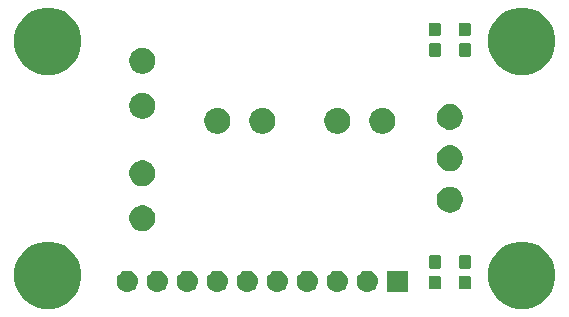
<source format=gbr>
G04 #@! TF.GenerationSoftware,KiCad,Pcbnew,5.1.4-e60b266~84~ubuntu18.04.1*
G04 #@! TF.CreationDate,2019-09-26T20:27:51+08:00*
G04 #@! TF.ProjectId,head,68656164-2e6b-4696-9361-645f70636258,rev?*
G04 #@! TF.SameCoordinates,Original*
G04 #@! TF.FileFunction,Soldermask,Bot*
G04 #@! TF.FilePolarity,Negative*
%FSLAX46Y46*%
G04 Gerber Fmt 4.6, Leading zero omitted, Abs format (unit mm)*
G04 Created by KiCad (PCBNEW 5.1.4-e60b266~84~ubuntu18.04.1) date 2019-09-26 20:27:51*
%MOMM*%
%LPD*%
G04 APERTURE LIST*
%ADD10C,1.200000*%
%ADD11C,0.100000*%
G04 APERTURE END LIST*
D10*
X84201000Y-49276000D02*
G75*
G03X84201000Y-49276000I-1905000J0D01*
G01*
X44069000Y-49276000D02*
G75*
G03X44069000Y-49276000I-1905000J0D01*
G01*
X44069000Y-29464000D02*
G75*
G03X44069000Y-29464000I-1905000J0D01*
G01*
X84201000Y-29464000D02*
G75*
G03X84201000Y-29464000I-1905000J0D01*
G01*
D11*
G36*
X83127313Y-46535523D02*
G01*
X83645980Y-46750362D01*
X83645981Y-46750363D01*
X84112769Y-47062260D01*
X84509740Y-47459231D01*
X84614037Y-47615323D01*
X84821638Y-47926020D01*
X85036477Y-48444687D01*
X85146000Y-48995298D01*
X85146000Y-49556702D01*
X85036477Y-50107313D01*
X84821638Y-50625980D01*
X84821637Y-50625981D01*
X84509740Y-51092769D01*
X84112769Y-51489740D01*
X83800871Y-51698143D01*
X83645980Y-51801638D01*
X83127313Y-52016477D01*
X82576702Y-52126000D01*
X82015298Y-52126000D01*
X81464687Y-52016477D01*
X80946020Y-51801638D01*
X80791129Y-51698143D01*
X80479231Y-51489740D01*
X80082260Y-51092769D01*
X79770363Y-50625981D01*
X79770362Y-50625980D01*
X79555523Y-50107313D01*
X79446000Y-49556702D01*
X79446000Y-48995298D01*
X79555523Y-48444687D01*
X79770362Y-47926020D01*
X79977963Y-47615323D01*
X80082260Y-47459231D01*
X80479231Y-47062260D01*
X80946019Y-46750363D01*
X80946020Y-46750362D01*
X81464687Y-46535523D01*
X82015298Y-46426000D01*
X82576702Y-46426000D01*
X83127313Y-46535523D01*
X83127313Y-46535523D01*
G37*
G36*
X42995313Y-46535523D02*
G01*
X43513980Y-46750362D01*
X43513981Y-46750363D01*
X43980769Y-47062260D01*
X44377740Y-47459231D01*
X44482037Y-47615323D01*
X44689638Y-47926020D01*
X44904477Y-48444687D01*
X45014000Y-48995298D01*
X45014000Y-49556702D01*
X44904477Y-50107313D01*
X44689638Y-50625980D01*
X44689637Y-50625981D01*
X44377740Y-51092769D01*
X43980769Y-51489740D01*
X43668871Y-51698143D01*
X43513980Y-51801638D01*
X42995313Y-52016477D01*
X42444702Y-52126000D01*
X41883298Y-52126000D01*
X41332687Y-52016477D01*
X40814020Y-51801638D01*
X40659129Y-51698143D01*
X40347231Y-51489740D01*
X39950260Y-51092769D01*
X39638363Y-50625981D01*
X39638362Y-50625980D01*
X39423523Y-50107313D01*
X39314000Y-49556702D01*
X39314000Y-48995298D01*
X39423523Y-48444687D01*
X39638362Y-47926020D01*
X39845963Y-47615323D01*
X39950260Y-47459231D01*
X40347231Y-47062260D01*
X40814019Y-46750363D01*
X40814020Y-46750362D01*
X41332687Y-46535523D01*
X41883298Y-46426000D01*
X42444702Y-46426000D01*
X42995313Y-46535523D01*
X42995313Y-46535523D01*
G37*
G36*
X72656000Y-50685000D02*
G01*
X70854000Y-50685000D01*
X70854000Y-48883000D01*
X72656000Y-48883000D01*
X72656000Y-50685000D01*
X72656000Y-50685000D01*
G37*
G36*
X69325443Y-48889519D02*
G01*
X69391627Y-48896037D01*
X69561466Y-48947557D01*
X69717991Y-49031222D01*
X69753729Y-49060552D01*
X69855186Y-49143814D01*
X69938448Y-49245271D01*
X69967778Y-49281009D01*
X70051443Y-49437534D01*
X70102963Y-49607373D01*
X70120359Y-49784000D01*
X70102963Y-49960627D01*
X70051443Y-50130466D01*
X69967778Y-50286991D01*
X69938448Y-50322729D01*
X69855186Y-50424186D01*
X69753729Y-50507448D01*
X69717991Y-50536778D01*
X69561466Y-50620443D01*
X69391627Y-50671963D01*
X69325443Y-50678481D01*
X69259260Y-50685000D01*
X69170740Y-50685000D01*
X69104557Y-50678481D01*
X69038373Y-50671963D01*
X68868534Y-50620443D01*
X68712009Y-50536778D01*
X68676271Y-50507448D01*
X68574814Y-50424186D01*
X68491552Y-50322729D01*
X68462222Y-50286991D01*
X68378557Y-50130466D01*
X68327037Y-49960627D01*
X68309641Y-49784000D01*
X68327037Y-49607373D01*
X68378557Y-49437534D01*
X68462222Y-49281009D01*
X68491552Y-49245271D01*
X68574814Y-49143814D01*
X68676271Y-49060552D01*
X68712009Y-49031222D01*
X68868534Y-48947557D01*
X69038373Y-48896037D01*
X69104557Y-48889519D01*
X69170740Y-48883000D01*
X69259260Y-48883000D01*
X69325443Y-48889519D01*
X69325443Y-48889519D01*
G37*
G36*
X66785443Y-48889519D02*
G01*
X66851627Y-48896037D01*
X67021466Y-48947557D01*
X67177991Y-49031222D01*
X67213729Y-49060552D01*
X67315186Y-49143814D01*
X67398448Y-49245271D01*
X67427778Y-49281009D01*
X67511443Y-49437534D01*
X67562963Y-49607373D01*
X67580359Y-49784000D01*
X67562963Y-49960627D01*
X67511443Y-50130466D01*
X67427778Y-50286991D01*
X67398448Y-50322729D01*
X67315186Y-50424186D01*
X67213729Y-50507448D01*
X67177991Y-50536778D01*
X67021466Y-50620443D01*
X66851627Y-50671963D01*
X66785443Y-50678481D01*
X66719260Y-50685000D01*
X66630740Y-50685000D01*
X66564557Y-50678481D01*
X66498373Y-50671963D01*
X66328534Y-50620443D01*
X66172009Y-50536778D01*
X66136271Y-50507448D01*
X66034814Y-50424186D01*
X65951552Y-50322729D01*
X65922222Y-50286991D01*
X65838557Y-50130466D01*
X65787037Y-49960627D01*
X65769641Y-49784000D01*
X65787037Y-49607373D01*
X65838557Y-49437534D01*
X65922222Y-49281009D01*
X65951552Y-49245271D01*
X66034814Y-49143814D01*
X66136271Y-49060552D01*
X66172009Y-49031222D01*
X66328534Y-48947557D01*
X66498373Y-48896037D01*
X66564557Y-48889519D01*
X66630740Y-48883000D01*
X66719260Y-48883000D01*
X66785443Y-48889519D01*
X66785443Y-48889519D01*
G37*
G36*
X64245443Y-48889519D02*
G01*
X64311627Y-48896037D01*
X64481466Y-48947557D01*
X64637991Y-49031222D01*
X64673729Y-49060552D01*
X64775186Y-49143814D01*
X64858448Y-49245271D01*
X64887778Y-49281009D01*
X64971443Y-49437534D01*
X65022963Y-49607373D01*
X65040359Y-49784000D01*
X65022963Y-49960627D01*
X64971443Y-50130466D01*
X64887778Y-50286991D01*
X64858448Y-50322729D01*
X64775186Y-50424186D01*
X64673729Y-50507448D01*
X64637991Y-50536778D01*
X64481466Y-50620443D01*
X64311627Y-50671963D01*
X64245443Y-50678481D01*
X64179260Y-50685000D01*
X64090740Y-50685000D01*
X64024557Y-50678481D01*
X63958373Y-50671963D01*
X63788534Y-50620443D01*
X63632009Y-50536778D01*
X63596271Y-50507448D01*
X63494814Y-50424186D01*
X63411552Y-50322729D01*
X63382222Y-50286991D01*
X63298557Y-50130466D01*
X63247037Y-49960627D01*
X63229641Y-49784000D01*
X63247037Y-49607373D01*
X63298557Y-49437534D01*
X63382222Y-49281009D01*
X63411552Y-49245271D01*
X63494814Y-49143814D01*
X63596271Y-49060552D01*
X63632009Y-49031222D01*
X63788534Y-48947557D01*
X63958373Y-48896037D01*
X64024557Y-48889519D01*
X64090740Y-48883000D01*
X64179260Y-48883000D01*
X64245443Y-48889519D01*
X64245443Y-48889519D01*
G37*
G36*
X61705443Y-48889519D02*
G01*
X61771627Y-48896037D01*
X61941466Y-48947557D01*
X62097991Y-49031222D01*
X62133729Y-49060552D01*
X62235186Y-49143814D01*
X62318448Y-49245271D01*
X62347778Y-49281009D01*
X62431443Y-49437534D01*
X62482963Y-49607373D01*
X62500359Y-49784000D01*
X62482963Y-49960627D01*
X62431443Y-50130466D01*
X62347778Y-50286991D01*
X62318448Y-50322729D01*
X62235186Y-50424186D01*
X62133729Y-50507448D01*
X62097991Y-50536778D01*
X61941466Y-50620443D01*
X61771627Y-50671963D01*
X61705443Y-50678481D01*
X61639260Y-50685000D01*
X61550740Y-50685000D01*
X61484557Y-50678481D01*
X61418373Y-50671963D01*
X61248534Y-50620443D01*
X61092009Y-50536778D01*
X61056271Y-50507448D01*
X60954814Y-50424186D01*
X60871552Y-50322729D01*
X60842222Y-50286991D01*
X60758557Y-50130466D01*
X60707037Y-49960627D01*
X60689641Y-49784000D01*
X60707037Y-49607373D01*
X60758557Y-49437534D01*
X60842222Y-49281009D01*
X60871552Y-49245271D01*
X60954814Y-49143814D01*
X61056271Y-49060552D01*
X61092009Y-49031222D01*
X61248534Y-48947557D01*
X61418373Y-48896037D01*
X61484557Y-48889519D01*
X61550740Y-48883000D01*
X61639260Y-48883000D01*
X61705443Y-48889519D01*
X61705443Y-48889519D01*
G37*
G36*
X59165443Y-48889519D02*
G01*
X59231627Y-48896037D01*
X59401466Y-48947557D01*
X59557991Y-49031222D01*
X59593729Y-49060552D01*
X59695186Y-49143814D01*
X59778448Y-49245271D01*
X59807778Y-49281009D01*
X59891443Y-49437534D01*
X59942963Y-49607373D01*
X59960359Y-49784000D01*
X59942963Y-49960627D01*
X59891443Y-50130466D01*
X59807778Y-50286991D01*
X59778448Y-50322729D01*
X59695186Y-50424186D01*
X59593729Y-50507448D01*
X59557991Y-50536778D01*
X59401466Y-50620443D01*
X59231627Y-50671963D01*
X59165443Y-50678481D01*
X59099260Y-50685000D01*
X59010740Y-50685000D01*
X58944557Y-50678481D01*
X58878373Y-50671963D01*
X58708534Y-50620443D01*
X58552009Y-50536778D01*
X58516271Y-50507448D01*
X58414814Y-50424186D01*
X58331552Y-50322729D01*
X58302222Y-50286991D01*
X58218557Y-50130466D01*
X58167037Y-49960627D01*
X58149641Y-49784000D01*
X58167037Y-49607373D01*
X58218557Y-49437534D01*
X58302222Y-49281009D01*
X58331552Y-49245271D01*
X58414814Y-49143814D01*
X58516271Y-49060552D01*
X58552009Y-49031222D01*
X58708534Y-48947557D01*
X58878373Y-48896037D01*
X58944557Y-48889519D01*
X59010740Y-48883000D01*
X59099260Y-48883000D01*
X59165443Y-48889519D01*
X59165443Y-48889519D01*
G37*
G36*
X56625443Y-48889519D02*
G01*
X56691627Y-48896037D01*
X56861466Y-48947557D01*
X57017991Y-49031222D01*
X57053729Y-49060552D01*
X57155186Y-49143814D01*
X57238448Y-49245271D01*
X57267778Y-49281009D01*
X57351443Y-49437534D01*
X57402963Y-49607373D01*
X57420359Y-49784000D01*
X57402963Y-49960627D01*
X57351443Y-50130466D01*
X57267778Y-50286991D01*
X57238448Y-50322729D01*
X57155186Y-50424186D01*
X57053729Y-50507448D01*
X57017991Y-50536778D01*
X56861466Y-50620443D01*
X56691627Y-50671963D01*
X56625443Y-50678481D01*
X56559260Y-50685000D01*
X56470740Y-50685000D01*
X56404557Y-50678481D01*
X56338373Y-50671963D01*
X56168534Y-50620443D01*
X56012009Y-50536778D01*
X55976271Y-50507448D01*
X55874814Y-50424186D01*
X55791552Y-50322729D01*
X55762222Y-50286991D01*
X55678557Y-50130466D01*
X55627037Y-49960627D01*
X55609641Y-49784000D01*
X55627037Y-49607373D01*
X55678557Y-49437534D01*
X55762222Y-49281009D01*
X55791552Y-49245271D01*
X55874814Y-49143814D01*
X55976271Y-49060552D01*
X56012009Y-49031222D01*
X56168534Y-48947557D01*
X56338373Y-48896037D01*
X56404557Y-48889519D01*
X56470740Y-48883000D01*
X56559260Y-48883000D01*
X56625443Y-48889519D01*
X56625443Y-48889519D01*
G37*
G36*
X54085443Y-48889519D02*
G01*
X54151627Y-48896037D01*
X54321466Y-48947557D01*
X54477991Y-49031222D01*
X54513729Y-49060552D01*
X54615186Y-49143814D01*
X54698448Y-49245271D01*
X54727778Y-49281009D01*
X54811443Y-49437534D01*
X54862963Y-49607373D01*
X54880359Y-49784000D01*
X54862963Y-49960627D01*
X54811443Y-50130466D01*
X54727778Y-50286991D01*
X54698448Y-50322729D01*
X54615186Y-50424186D01*
X54513729Y-50507448D01*
X54477991Y-50536778D01*
X54321466Y-50620443D01*
X54151627Y-50671963D01*
X54085443Y-50678481D01*
X54019260Y-50685000D01*
X53930740Y-50685000D01*
X53864557Y-50678481D01*
X53798373Y-50671963D01*
X53628534Y-50620443D01*
X53472009Y-50536778D01*
X53436271Y-50507448D01*
X53334814Y-50424186D01*
X53251552Y-50322729D01*
X53222222Y-50286991D01*
X53138557Y-50130466D01*
X53087037Y-49960627D01*
X53069641Y-49784000D01*
X53087037Y-49607373D01*
X53138557Y-49437534D01*
X53222222Y-49281009D01*
X53251552Y-49245271D01*
X53334814Y-49143814D01*
X53436271Y-49060552D01*
X53472009Y-49031222D01*
X53628534Y-48947557D01*
X53798373Y-48896037D01*
X53864557Y-48889519D01*
X53930740Y-48883000D01*
X54019260Y-48883000D01*
X54085443Y-48889519D01*
X54085443Y-48889519D01*
G37*
G36*
X51545443Y-48889519D02*
G01*
X51611627Y-48896037D01*
X51781466Y-48947557D01*
X51937991Y-49031222D01*
X51973729Y-49060552D01*
X52075186Y-49143814D01*
X52158448Y-49245271D01*
X52187778Y-49281009D01*
X52271443Y-49437534D01*
X52322963Y-49607373D01*
X52340359Y-49784000D01*
X52322963Y-49960627D01*
X52271443Y-50130466D01*
X52187778Y-50286991D01*
X52158448Y-50322729D01*
X52075186Y-50424186D01*
X51973729Y-50507448D01*
X51937991Y-50536778D01*
X51781466Y-50620443D01*
X51611627Y-50671963D01*
X51545443Y-50678481D01*
X51479260Y-50685000D01*
X51390740Y-50685000D01*
X51324557Y-50678481D01*
X51258373Y-50671963D01*
X51088534Y-50620443D01*
X50932009Y-50536778D01*
X50896271Y-50507448D01*
X50794814Y-50424186D01*
X50711552Y-50322729D01*
X50682222Y-50286991D01*
X50598557Y-50130466D01*
X50547037Y-49960627D01*
X50529641Y-49784000D01*
X50547037Y-49607373D01*
X50598557Y-49437534D01*
X50682222Y-49281009D01*
X50711552Y-49245271D01*
X50794814Y-49143814D01*
X50896271Y-49060552D01*
X50932009Y-49031222D01*
X51088534Y-48947557D01*
X51258373Y-48896037D01*
X51324557Y-48889519D01*
X51390740Y-48883000D01*
X51479260Y-48883000D01*
X51545443Y-48889519D01*
X51545443Y-48889519D01*
G37*
G36*
X49005443Y-48889519D02*
G01*
X49071627Y-48896037D01*
X49241466Y-48947557D01*
X49397991Y-49031222D01*
X49433729Y-49060552D01*
X49535186Y-49143814D01*
X49618448Y-49245271D01*
X49647778Y-49281009D01*
X49731443Y-49437534D01*
X49782963Y-49607373D01*
X49800359Y-49784000D01*
X49782963Y-49960627D01*
X49731443Y-50130466D01*
X49647778Y-50286991D01*
X49618448Y-50322729D01*
X49535186Y-50424186D01*
X49433729Y-50507448D01*
X49397991Y-50536778D01*
X49241466Y-50620443D01*
X49071627Y-50671963D01*
X49005443Y-50678481D01*
X48939260Y-50685000D01*
X48850740Y-50685000D01*
X48784557Y-50678481D01*
X48718373Y-50671963D01*
X48548534Y-50620443D01*
X48392009Y-50536778D01*
X48356271Y-50507448D01*
X48254814Y-50424186D01*
X48171552Y-50322729D01*
X48142222Y-50286991D01*
X48058557Y-50130466D01*
X48007037Y-49960627D01*
X47989641Y-49784000D01*
X48007037Y-49607373D01*
X48058557Y-49437534D01*
X48142222Y-49281009D01*
X48171552Y-49245271D01*
X48254814Y-49143814D01*
X48356271Y-49060552D01*
X48392009Y-49031222D01*
X48548534Y-48947557D01*
X48718373Y-48896037D01*
X48784557Y-48889519D01*
X48850740Y-48883000D01*
X48939260Y-48883000D01*
X49005443Y-48889519D01*
X49005443Y-48889519D01*
G37*
G36*
X77834499Y-49325445D02*
G01*
X77871995Y-49336820D01*
X77906554Y-49355292D01*
X77936847Y-49380153D01*
X77961708Y-49410446D01*
X77980180Y-49445005D01*
X77991555Y-49482501D01*
X77996000Y-49527638D01*
X77996000Y-50266362D01*
X77991555Y-50311499D01*
X77980180Y-50348995D01*
X77961708Y-50383554D01*
X77936847Y-50413847D01*
X77906554Y-50438708D01*
X77871995Y-50457180D01*
X77834499Y-50468555D01*
X77789362Y-50473000D01*
X77150638Y-50473000D01*
X77105501Y-50468555D01*
X77068005Y-50457180D01*
X77033446Y-50438708D01*
X77003153Y-50413847D01*
X76978292Y-50383554D01*
X76959820Y-50348995D01*
X76948445Y-50311499D01*
X76944000Y-50266362D01*
X76944000Y-49527638D01*
X76948445Y-49482501D01*
X76959820Y-49445005D01*
X76978292Y-49410446D01*
X77003153Y-49380153D01*
X77033446Y-49355292D01*
X77068005Y-49336820D01*
X77105501Y-49325445D01*
X77150638Y-49321000D01*
X77789362Y-49321000D01*
X77834499Y-49325445D01*
X77834499Y-49325445D01*
G37*
G36*
X75294499Y-49325445D02*
G01*
X75331995Y-49336820D01*
X75366554Y-49355292D01*
X75396847Y-49380153D01*
X75421708Y-49410446D01*
X75440180Y-49445005D01*
X75451555Y-49482501D01*
X75456000Y-49527638D01*
X75456000Y-50266362D01*
X75451555Y-50311499D01*
X75440180Y-50348995D01*
X75421708Y-50383554D01*
X75396847Y-50413847D01*
X75366554Y-50438708D01*
X75331995Y-50457180D01*
X75294499Y-50468555D01*
X75249362Y-50473000D01*
X74610638Y-50473000D01*
X74565501Y-50468555D01*
X74528005Y-50457180D01*
X74493446Y-50438708D01*
X74463153Y-50413847D01*
X74438292Y-50383554D01*
X74419820Y-50348995D01*
X74408445Y-50311499D01*
X74404000Y-50266362D01*
X74404000Y-49527638D01*
X74408445Y-49482501D01*
X74419820Y-49445005D01*
X74438292Y-49410446D01*
X74463153Y-49380153D01*
X74493446Y-49355292D01*
X74528005Y-49336820D01*
X74565501Y-49325445D01*
X74610638Y-49321000D01*
X75249362Y-49321000D01*
X75294499Y-49325445D01*
X75294499Y-49325445D01*
G37*
G36*
X77834499Y-47575445D02*
G01*
X77871995Y-47586820D01*
X77906554Y-47605292D01*
X77936847Y-47630153D01*
X77961708Y-47660446D01*
X77980180Y-47695005D01*
X77991555Y-47732501D01*
X77996000Y-47777638D01*
X77996000Y-48516362D01*
X77991555Y-48561499D01*
X77980180Y-48598995D01*
X77961708Y-48633554D01*
X77936847Y-48663847D01*
X77906554Y-48688708D01*
X77871995Y-48707180D01*
X77834499Y-48718555D01*
X77789362Y-48723000D01*
X77150638Y-48723000D01*
X77105501Y-48718555D01*
X77068005Y-48707180D01*
X77033446Y-48688708D01*
X77003153Y-48663847D01*
X76978292Y-48633554D01*
X76959820Y-48598995D01*
X76948445Y-48561499D01*
X76944000Y-48516362D01*
X76944000Y-47777638D01*
X76948445Y-47732501D01*
X76959820Y-47695005D01*
X76978292Y-47660446D01*
X77003153Y-47630153D01*
X77033446Y-47605292D01*
X77068005Y-47586820D01*
X77105501Y-47575445D01*
X77150638Y-47571000D01*
X77789362Y-47571000D01*
X77834499Y-47575445D01*
X77834499Y-47575445D01*
G37*
G36*
X75294499Y-47575445D02*
G01*
X75331995Y-47586820D01*
X75366554Y-47605292D01*
X75396847Y-47630153D01*
X75421708Y-47660446D01*
X75440180Y-47695005D01*
X75451555Y-47732501D01*
X75456000Y-47777638D01*
X75456000Y-48516362D01*
X75451555Y-48561499D01*
X75440180Y-48598995D01*
X75421708Y-48633554D01*
X75396847Y-48663847D01*
X75366554Y-48688708D01*
X75331995Y-48707180D01*
X75294499Y-48718555D01*
X75249362Y-48723000D01*
X74610638Y-48723000D01*
X74565501Y-48718555D01*
X74528005Y-48707180D01*
X74493446Y-48688708D01*
X74463153Y-48663847D01*
X74438292Y-48633554D01*
X74419820Y-48598995D01*
X74408445Y-48561499D01*
X74404000Y-48516362D01*
X74404000Y-47777638D01*
X74408445Y-47732501D01*
X74419820Y-47695005D01*
X74438292Y-47660446D01*
X74463153Y-47630153D01*
X74493446Y-47605292D01*
X74528005Y-47586820D01*
X74565501Y-47575445D01*
X74610638Y-47571000D01*
X75249362Y-47571000D01*
X75294499Y-47575445D01*
X75294499Y-47575445D01*
G37*
G36*
X50379795Y-43370156D02*
G01*
X50486150Y-43391311D01*
X50686520Y-43474307D01*
X50866844Y-43594795D01*
X51020205Y-43748156D01*
X51140693Y-43928480D01*
X51223689Y-44128851D01*
X51266000Y-44341560D01*
X51266000Y-44558440D01*
X51223689Y-44771149D01*
X51140693Y-44971520D01*
X51020205Y-45151844D01*
X50866844Y-45305205D01*
X50686520Y-45425693D01*
X50586334Y-45467191D01*
X50486150Y-45508689D01*
X50379794Y-45529845D01*
X50273440Y-45551000D01*
X50056560Y-45551000D01*
X49950206Y-45529845D01*
X49843850Y-45508689D01*
X49743666Y-45467191D01*
X49643480Y-45425693D01*
X49463156Y-45305205D01*
X49309795Y-45151844D01*
X49189307Y-44971520D01*
X49106311Y-44771149D01*
X49064000Y-44558440D01*
X49064000Y-44341560D01*
X49106311Y-44128851D01*
X49189307Y-43928480D01*
X49309795Y-43748156D01*
X49463156Y-43594795D01*
X49643480Y-43474307D01*
X49843850Y-43391311D01*
X49950205Y-43370156D01*
X50056560Y-43349000D01*
X50273440Y-43349000D01*
X50379795Y-43370156D01*
X50379795Y-43370156D01*
G37*
G36*
X76414794Y-41790155D02*
G01*
X76521150Y-41811311D01*
X76621334Y-41852809D01*
X76721520Y-41894307D01*
X76901844Y-42014795D01*
X77055205Y-42168156D01*
X77175693Y-42348480D01*
X77258689Y-42548851D01*
X77301000Y-42761560D01*
X77301000Y-42978440D01*
X77258689Y-43191149D01*
X77175693Y-43391520D01*
X77055205Y-43571844D01*
X76901844Y-43725205D01*
X76721520Y-43845693D01*
X76521150Y-43928689D01*
X76414795Y-43949844D01*
X76308440Y-43971000D01*
X76091560Y-43971000D01*
X75985205Y-43949844D01*
X75878850Y-43928689D01*
X75678480Y-43845693D01*
X75498156Y-43725205D01*
X75344795Y-43571844D01*
X75224307Y-43391520D01*
X75141311Y-43191149D01*
X75099000Y-42978440D01*
X75099000Y-42761560D01*
X75141311Y-42548851D01*
X75224307Y-42348480D01*
X75344795Y-42168156D01*
X75498156Y-42014795D01*
X75678480Y-41894307D01*
X75778666Y-41852809D01*
X75878850Y-41811311D01*
X75985206Y-41790155D01*
X76091560Y-41769000D01*
X76308440Y-41769000D01*
X76414794Y-41790155D01*
X76414794Y-41790155D01*
G37*
G36*
X50379794Y-39560155D02*
G01*
X50486150Y-39581311D01*
X50586334Y-39622809D01*
X50686520Y-39664307D01*
X50866844Y-39784795D01*
X51020205Y-39938156D01*
X51140693Y-40118480D01*
X51140693Y-40118481D01*
X51184899Y-40225202D01*
X51223689Y-40318851D01*
X51266000Y-40531560D01*
X51266000Y-40748440D01*
X51223689Y-40961149D01*
X51140693Y-41161520D01*
X51020205Y-41341844D01*
X50866844Y-41495205D01*
X50686520Y-41615693D01*
X50586334Y-41657191D01*
X50486150Y-41698689D01*
X50379794Y-41719845D01*
X50273440Y-41741000D01*
X50056560Y-41741000D01*
X49950206Y-41719845D01*
X49843850Y-41698689D01*
X49643480Y-41615693D01*
X49463156Y-41495205D01*
X49309795Y-41341844D01*
X49189307Y-41161520D01*
X49106311Y-40961149D01*
X49064000Y-40748440D01*
X49064000Y-40531560D01*
X49106311Y-40318851D01*
X49145102Y-40225202D01*
X49189307Y-40118481D01*
X49189307Y-40118480D01*
X49309795Y-39938156D01*
X49463156Y-39784795D01*
X49643480Y-39664307D01*
X49843850Y-39581311D01*
X49950206Y-39560155D01*
X50056560Y-39539000D01*
X50273440Y-39539000D01*
X50379794Y-39560155D01*
X50379794Y-39560155D01*
G37*
G36*
X76414795Y-38290156D02*
G01*
X76521150Y-38311311D01*
X76721520Y-38394307D01*
X76901844Y-38514795D01*
X77055205Y-38668156D01*
X77175693Y-38848480D01*
X77175693Y-38848481D01*
X77258689Y-39048850D01*
X77301000Y-39261561D01*
X77301000Y-39478439D01*
X77258689Y-39691150D01*
X77217191Y-39791334D01*
X77175693Y-39891520D01*
X77055205Y-40071844D01*
X76901844Y-40225205D01*
X76721520Y-40345693D01*
X76521150Y-40428689D01*
X76414794Y-40449845D01*
X76308440Y-40471000D01*
X76091560Y-40471000D01*
X75985206Y-40449845D01*
X75878850Y-40428689D01*
X75678480Y-40345693D01*
X75498156Y-40225205D01*
X75344795Y-40071844D01*
X75224307Y-39891520D01*
X75182809Y-39791334D01*
X75141311Y-39691150D01*
X75099000Y-39478439D01*
X75099000Y-39261561D01*
X75141311Y-39048850D01*
X75224307Y-38848481D01*
X75224307Y-38848480D01*
X75344795Y-38668156D01*
X75498156Y-38514795D01*
X75678480Y-38394307D01*
X75878850Y-38311311D01*
X75985205Y-38290156D01*
X76091560Y-38269000D01*
X76308440Y-38269000D01*
X76414795Y-38290156D01*
X76414795Y-38290156D01*
G37*
G36*
X70699795Y-35115156D02*
G01*
X70806150Y-35136311D01*
X70883025Y-35168154D01*
X71006520Y-35219307D01*
X71186844Y-35339795D01*
X71340205Y-35493156D01*
X71460693Y-35673480D01*
X71460693Y-35673481D01*
X71543689Y-35873850D01*
X71586000Y-36086561D01*
X71586000Y-36303439D01*
X71543689Y-36516150D01*
X71520619Y-36571846D01*
X71460693Y-36716520D01*
X71340205Y-36896844D01*
X71186844Y-37050205D01*
X71006520Y-37170693D01*
X70906334Y-37212191D01*
X70806150Y-37253689D01*
X70699794Y-37274845D01*
X70593440Y-37296000D01*
X70376560Y-37296000D01*
X70270206Y-37274845D01*
X70163850Y-37253689D01*
X70063666Y-37212191D01*
X69963480Y-37170693D01*
X69783156Y-37050205D01*
X69629795Y-36896844D01*
X69509307Y-36716520D01*
X69449381Y-36571846D01*
X69426311Y-36516150D01*
X69384000Y-36303439D01*
X69384000Y-36086561D01*
X69426311Y-35873850D01*
X69509307Y-35673481D01*
X69509307Y-35673480D01*
X69629795Y-35493156D01*
X69783156Y-35339795D01*
X69963480Y-35219307D01*
X70086975Y-35168154D01*
X70163850Y-35136311D01*
X70270205Y-35115156D01*
X70376560Y-35094000D01*
X70593440Y-35094000D01*
X70699795Y-35115156D01*
X70699795Y-35115156D01*
G37*
G36*
X66889795Y-35115156D02*
G01*
X66996150Y-35136311D01*
X67073025Y-35168154D01*
X67196520Y-35219307D01*
X67376844Y-35339795D01*
X67530205Y-35493156D01*
X67650693Y-35673480D01*
X67650693Y-35673481D01*
X67733689Y-35873850D01*
X67776000Y-36086561D01*
X67776000Y-36303439D01*
X67733689Y-36516150D01*
X67710619Y-36571846D01*
X67650693Y-36716520D01*
X67530205Y-36896844D01*
X67376844Y-37050205D01*
X67196520Y-37170693D01*
X67096334Y-37212191D01*
X66996150Y-37253689D01*
X66889794Y-37274845D01*
X66783440Y-37296000D01*
X66566560Y-37296000D01*
X66460206Y-37274845D01*
X66353850Y-37253689D01*
X66253666Y-37212191D01*
X66153480Y-37170693D01*
X65973156Y-37050205D01*
X65819795Y-36896844D01*
X65699307Y-36716520D01*
X65639381Y-36571846D01*
X65616311Y-36516150D01*
X65574000Y-36303439D01*
X65574000Y-36086561D01*
X65616311Y-35873850D01*
X65699307Y-35673481D01*
X65699307Y-35673480D01*
X65819795Y-35493156D01*
X65973156Y-35339795D01*
X66153480Y-35219307D01*
X66276975Y-35168154D01*
X66353850Y-35136311D01*
X66460205Y-35115156D01*
X66566560Y-35094000D01*
X66783440Y-35094000D01*
X66889795Y-35115156D01*
X66889795Y-35115156D01*
G37*
G36*
X60539795Y-35115156D02*
G01*
X60646150Y-35136311D01*
X60723025Y-35168154D01*
X60846520Y-35219307D01*
X61026844Y-35339795D01*
X61180205Y-35493156D01*
X61300693Y-35673480D01*
X61300693Y-35673481D01*
X61383689Y-35873850D01*
X61426000Y-36086561D01*
X61426000Y-36303439D01*
X61383689Y-36516150D01*
X61360619Y-36571846D01*
X61300693Y-36716520D01*
X61180205Y-36896844D01*
X61026844Y-37050205D01*
X60846520Y-37170693D01*
X60746334Y-37212191D01*
X60646150Y-37253689D01*
X60539794Y-37274845D01*
X60433440Y-37296000D01*
X60216560Y-37296000D01*
X60110206Y-37274845D01*
X60003850Y-37253689D01*
X59903666Y-37212191D01*
X59803480Y-37170693D01*
X59623156Y-37050205D01*
X59469795Y-36896844D01*
X59349307Y-36716520D01*
X59289381Y-36571846D01*
X59266311Y-36516150D01*
X59224000Y-36303439D01*
X59224000Y-36086561D01*
X59266311Y-35873850D01*
X59349307Y-35673481D01*
X59349307Y-35673480D01*
X59469795Y-35493156D01*
X59623156Y-35339795D01*
X59803480Y-35219307D01*
X59926975Y-35168154D01*
X60003850Y-35136311D01*
X60110205Y-35115156D01*
X60216560Y-35094000D01*
X60433440Y-35094000D01*
X60539795Y-35115156D01*
X60539795Y-35115156D01*
G37*
G36*
X56729795Y-35115156D02*
G01*
X56836150Y-35136311D01*
X56913025Y-35168154D01*
X57036520Y-35219307D01*
X57216844Y-35339795D01*
X57370205Y-35493156D01*
X57490693Y-35673480D01*
X57490693Y-35673481D01*
X57573689Y-35873850D01*
X57616000Y-36086561D01*
X57616000Y-36303439D01*
X57573689Y-36516150D01*
X57550619Y-36571846D01*
X57490693Y-36716520D01*
X57370205Y-36896844D01*
X57216844Y-37050205D01*
X57036520Y-37170693D01*
X56936334Y-37212191D01*
X56836150Y-37253689D01*
X56729794Y-37274845D01*
X56623440Y-37296000D01*
X56406560Y-37296000D01*
X56300206Y-37274845D01*
X56193850Y-37253689D01*
X56093666Y-37212191D01*
X55993480Y-37170693D01*
X55813156Y-37050205D01*
X55659795Y-36896844D01*
X55539307Y-36716520D01*
X55479381Y-36571846D01*
X55456311Y-36516150D01*
X55414000Y-36303439D01*
X55414000Y-36086561D01*
X55456311Y-35873850D01*
X55539307Y-35673481D01*
X55539307Y-35673480D01*
X55659795Y-35493156D01*
X55813156Y-35339795D01*
X55993480Y-35219307D01*
X56116975Y-35168154D01*
X56193850Y-35136311D01*
X56300205Y-35115156D01*
X56406560Y-35094000D01*
X56623440Y-35094000D01*
X56729795Y-35115156D01*
X56729795Y-35115156D01*
G37*
G36*
X76414794Y-34790155D02*
G01*
X76521150Y-34811311D01*
X76621334Y-34852809D01*
X76721520Y-34894307D01*
X76901844Y-35014795D01*
X77055205Y-35168156D01*
X77175693Y-35348480D01*
X77175693Y-35348481D01*
X77235620Y-35493156D01*
X77258689Y-35548851D01*
X77301000Y-35761560D01*
X77301000Y-35978440D01*
X77258689Y-36191149D01*
X77175693Y-36391520D01*
X77055205Y-36571844D01*
X76901844Y-36725205D01*
X76721520Y-36845693D01*
X76521150Y-36928689D01*
X76414794Y-36949845D01*
X76308440Y-36971000D01*
X76091560Y-36971000D01*
X75985206Y-36949845D01*
X75878850Y-36928689D01*
X75678480Y-36845693D01*
X75498156Y-36725205D01*
X75344795Y-36571844D01*
X75224307Y-36391520D01*
X75141311Y-36191149D01*
X75099000Y-35978440D01*
X75099000Y-35761560D01*
X75141311Y-35548851D01*
X75164381Y-35493156D01*
X75224307Y-35348481D01*
X75224307Y-35348480D01*
X75344795Y-35168156D01*
X75498156Y-35014795D01*
X75678480Y-34894307D01*
X75778666Y-34852809D01*
X75878850Y-34811311D01*
X75985206Y-34790155D01*
X76091560Y-34769000D01*
X76308440Y-34769000D01*
X76414794Y-34790155D01*
X76414794Y-34790155D01*
G37*
G36*
X50379795Y-33845156D02*
G01*
X50486150Y-33866311D01*
X50586334Y-33907809D01*
X50686520Y-33949307D01*
X50866844Y-34069795D01*
X51020205Y-34223156D01*
X51140693Y-34403480D01*
X51223689Y-34603851D01*
X51256540Y-34769000D01*
X51266000Y-34816561D01*
X51266000Y-35033439D01*
X51223689Y-35246150D01*
X51182191Y-35346334D01*
X51140693Y-35446520D01*
X51020205Y-35626844D01*
X50866844Y-35780205D01*
X50686520Y-35900693D01*
X50586334Y-35942191D01*
X50486150Y-35983689D01*
X50379795Y-36004844D01*
X50273440Y-36026000D01*
X50056560Y-36026000D01*
X49950205Y-36004844D01*
X49843850Y-35983689D01*
X49643480Y-35900693D01*
X49463156Y-35780205D01*
X49309795Y-35626844D01*
X49189307Y-35446520D01*
X49147809Y-35346334D01*
X49106311Y-35246150D01*
X49064000Y-35033439D01*
X49064000Y-34816561D01*
X49073461Y-34769000D01*
X49106311Y-34603851D01*
X49189307Y-34403480D01*
X49309795Y-34223156D01*
X49463156Y-34069795D01*
X49643480Y-33949307D01*
X49743666Y-33907809D01*
X49843850Y-33866311D01*
X49950205Y-33845156D01*
X50056560Y-33824000D01*
X50273440Y-33824000D01*
X50379795Y-33845156D01*
X50379795Y-33845156D01*
G37*
G36*
X42995313Y-26723523D02*
G01*
X43513980Y-26938362D01*
X43513981Y-26938363D01*
X43980769Y-27250260D01*
X44377740Y-27647231D01*
X44576805Y-27945153D01*
X44689638Y-28114020D01*
X44904477Y-28632687D01*
X45014000Y-29183298D01*
X45014000Y-29744702D01*
X44904477Y-30295313D01*
X44689638Y-30813980D01*
X44689637Y-30813981D01*
X44377740Y-31280769D01*
X43980769Y-31677740D01*
X43668871Y-31886143D01*
X43513980Y-31989638D01*
X42995313Y-32204477D01*
X42444702Y-32314000D01*
X41883298Y-32314000D01*
X41332687Y-32204477D01*
X40814020Y-31989638D01*
X40659129Y-31886143D01*
X40347231Y-31677740D01*
X39950260Y-31280769D01*
X39638363Y-30813981D01*
X39638362Y-30813980D01*
X39423523Y-30295313D01*
X39314000Y-29744702D01*
X39314000Y-29183298D01*
X39423523Y-28632687D01*
X39638362Y-28114020D01*
X39751195Y-27945153D01*
X39950260Y-27647231D01*
X40347231Y-27250260D01*
X40814019Y-26938363D01*
X40814020Y-26938362D01*
X41332687Y-26723523D01*
X41883298Y-26614000D01*
X42444702Y-26614000D01*
X42995313Y-26723523D01*
X42995313Y-26723523D01*
G37*
G36*
X83127313Y-26723523D02*
G01*
X83645980Y-26938362D01*
X83645981Y-26938363D01*
X84112769Y-27250260D01*
X84509740Y-27647231D01*
X84708805Y-27945153D01*
X84821638Y-28114020D01*
X85036477Y-28632687D01*
X85146000Y-29183298D01*
X85146000Y-29744702D01*
X85036477Y-30295313D01*
X84821638Y-30813980D01*
X84821637Y-30813981D01*
X84509740Y-31280769D01*
X84112769Y-31677740D01*
X83800871Y-31886143D01*
X83645980Y-31989638D01*
X83127313Y-32204477D01*
X82576702Y-32314000D01*
X82015298Y-32314000D01*
X81464687Y-32204477D01*
X80946020Y-31989638D01*
X80791129Y-31886143D01*
X80479231Y-31677740D01*
X80082260Y-31280769D01*
X79770363Y-30813981D01*
X79770362Y-30813980D01*
X79555523Y-30295313D01*
X79446000Y-29744702D01*
X79446000Y-29183298D01*
X79555523Y-28632687D01*
X79770362Y-28114020D01*
X79883195Y-27945153D01*
X80082260Y-27647231D01*
X80479231Y-27250260D01*
X80946019Y-26938363D01*
X80946020Y-26938362D01*
X81464687Y-26723523D01*
X82015298Y-26614000D01*
X82576702Y-26614000D01*
X83127313Y-26723523D01*
X83127313Y-26723523D01*
G37*
G36*
X50379795Y-30035156D02*
G01*
X50486150Y-30056311D01*
X50586334Y-30097809D01*
X50686520Y-30139307D01*
X50866844Y-30259795D01*
X51020205Y-30413156D01*
X51140693Y-30593480D01*
X51154370Y-30626499D01*
X51221266Y-30788000D01*
X51223689Y-30793851D01*
X51266000Y-31006560D01*
X51266000Y-31223440D01*
X51223689Y-31436149D01*
X51140693Y-31636520D01*
X51020205Y-31816844D01*
X50866844Y-31970205D01*
X50686520Y-32090693D01*
X50586334Y-32132191D01*
X50486150Y-32173689D01*
X50379795Y-32194844D01*
X50273440Y-32216000D01*
X50056560Y-32216000D01*
X49950205Y-32194844D01*
X49843850Y-32173689D01*
X49743666Y-32132191D01*
X49643480Y-32090693D01*
X49463156Y-31970205D01*
X49309795Y-31816844D01*
X49189307Y-31636520D01*
X49106311Y-31436149D01*
X49064000Y-31223440D01*
X49064000Y-31006560D01*
X49106311Y-30793851D01*
X49108735Y-30788000D01*
X49175630Y-30626499D01*
X49189307Y-30593480D01*
X49309795Y-30413156D01*
X49463156Y-30259795D01*
X49643480Y-30139307D01*
X49743666Y-30097809D01*
X49843850Y-30056311D01*
X49950205Y-30035156D01*
X50056560Y-30014000D01*
X50273440Y-30014000D01*
X50379795Y-30035156D01*
X50379795Y-30035156D01*
G37*
G36*
X75294499Y-29640445D02*
G01*
X75331995Y-29651820D01*
X75366554Y-29670292D01*
X75396847Y-29695153D01*
X75421708Y-29725446D01*
X75440180Y-29760005D01*
X75451555Y-29797501D01*
X75456000Y-29842638D01*
X75456000Y-30581362D01*
X75451555Y-30626499D01*
X75440180Y-30663995D01*
X75421708Y-30698554D01*
X75396847Y-30728847D01*
X75366554Y-30753708D01*
X75331995Y-30772180D01*
X75294499Y-30783555D01*
X75249362Y-30788000D01*
X74610638Y-30788000D01*
X74565501Y-30783555D01*
X74528005Y-30772180D01*
X74493446Y-30753708D01*
X74463153Y-30728847D01*
X74438292Y-30698554D01*
X74419820Y-30663995D01*
X74408445Y-30626499D01*
X74404000Y-30581362D01*
X74404000Y-29842638D01*
X74408445Y-29797501D01*
X74419820Y-29760005D01*
X74438292Y-29725446D01*
X74463153Y-29695153D01*
X74493446Y-29670292D01*
X74528005Y-29651820D01*
X74565501Y-29640445D01*
X74610638Y-29636000D01*
X75249362Y-29636000D01*
X75294499Y-29640445D01*
X75294499Y-29640445D01*
G37*
G36*
X77834499Y-29640445D02*
G01*
X77871995Y-29651820D01*
X77906554Y-29670292D01*
X77936847Y-29695153D01*
X77961708Y-29725446D01*
X77980180Y-29760005D01*
X77991555Y-29797501D01*
X77996000Y-29842638D01*
X77996000Y-30581362D01*
X77991555Y-30626499D01*
X77980180Y-30663995D01*
X77961708Y-30698554D01*
X77936847Y-30728847D01*
X77906554Y-30753708D01*
X77871995Y-30772180D01*
X77834499Y-30783555D01*
X77789362Y-30788000D01*
X77150638Y-30788000D01*
X77105501Y-30783555D01*
X77068005Y-30772180D01*
X77033446Y-30753708D01*
X77003153Y-30728847D01*
X76978292Y-30698554D01*
X76959820Y-30663995D01*
X76948445Y-30626499D01*
X76944000Y-30581362D01*
X76944000Y-29842638D01*
X76948445Y-29797501D01*
X76959820Y-29760005D01*
X76978292Y-29725446D01*
X77003153Y-29695153D01*
X77033446Y-29670292D01*
X77068005Y-29651820D01*
X77105501Y-29640445D01*
X77150638Y-29636000D01*
X77789362Y-29636000D01*
X77834499Y-29640445D01*
X77834499Y-29640445D01*
G37*
G36*
X75294499Y-27890445D02*
G01*
X75331995Y-27901820D01*
X75366554Y-27920292D01*
X75396847Y-27945153D01*
X75421708Y-27975446D01*
X75440180Y-28010005D01*
X75451555Y-28047501D01*
X75456000Y-28092638D01*
X75456000Y-28831362D01*
X75451555Y-28876499D01*
X75440180Y-28913995D01*
X75421708Y-28948554D01*
X75396847Y-28978847D01*
X75366554Y-29003708D01*
X75331995Y-29022180D01*
X75294499Y-29033555D01*
X75249362Y-29038000D01*
X74610638Y-29038000D01*
X74565501Y-29033555D01*
X74528005Y-29022180D01*
X74493446Y-29003708D01*
X74463153Y-28978847D01*
X74438292Y-28948554D01*
X74419820Y-28913995D01*
X74408445Y-28876499D01*
X74404000Y-28831362D01*
X74404000Y-28092638D01*
X74408445Y-28047501D01*
X74419820Y-28010005D01*
X74438292Y-27975446D01*
X74463153Y-27945153D01*
X74493446Y-27920292D01*
X74528005Y-27901820D01*
X74565501Y-27890445D01*
X74610638Y-27886000D01*
X75249362Y-27886000D01*
X75294499Y-27890445D01*
X75294499Y-27890445D01*
G37*
G36*
X77834499Y-27890445D02*
G01*
X77871995Y-27901820D01*
X77906554Y-27920292D01*
X77936847Y-27945153D01*
X77961708Y-27975446D01*
X77980180Y-28010005D01*
X77991555Y-28047501D01*
X77996000Y-28092638D01*
X77996000Y-28831362D01*
X77991555Y-28876499D01*
X77980180Y-28913995D01*
X77961708Y-28948554D01*
X77936847Y-28978847D01*
X77906554Y-29003708D01*
X77871995Y-29022180D01*
X77834499Y-29033555D01*
X77789362Y-29038000D01*
X77150638Y-29038000D01*
X77105501Y-29033555D01*
X77068005Y-29022180D01*
X77033446Y-29003708D01*
X77003153Y-28978847D01*
X76978292Y-28948554D01*
X76959820Y-28913995D01*
X76948445Y-28876499D01*
X76944000Y-28831362D01*
X76944000Y-28092638D01*
X76948445Y-28047501D01*
X76959820Y-28010005D01*
X76978292Y-27975446D01*
X77003153Y-27945153D01*
X77033446Y-27920292D01*
X77068005Y-27901820D01*
X77105501Y-27890445D01*
X77150638Y-27886000D01*
X77789362Y-27886000D01*
X77834499Y-27890445D01*
X77834499Y-27890445D01*
G37*
M02*

</source>
